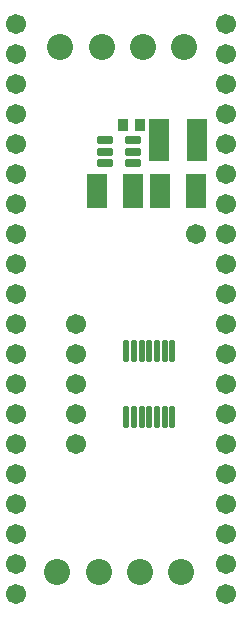
<source format=gts>
G04 Layer: TopSolderMaskLayer*
G04 EasyEDA Pro v2.2.38.8, 2025-04-26 19:17:01*
G04 Gerber Generator version 0.3*
G04 Scale: 100 percent, Rotated: No, Reflected: No*
G04 Dimensions in millimeters*
G04 Leading zeros omitted, absolute positions, 4 integers and 5 decimals*
%FSLAX45Y45*%
%MOMM*%
%AMRoundRect*1,1,$1,$2,$3*1,1,$1,$4,$5*1,1,$1,0-$2,0-$3*1,1,$1,0-$4,0-$5*20,1,$1,$2,$3,$4,$5,0*20,1,$1,$4,$5,0-$2,0-$3,0*20,1,$1,0-$2,0-$3,0-$4,0-$5,0*20,1,$1,0-$4,0-$5,$2,$3,0*4,1,4,$2,$3,$4,$5,0-$2,0-$3,0-$4,0-$5,$2,$3,0*%
%ADD10C,1.7018*%
%ADD11RoundRect,0.0879X0.60685X0.28186X0.60685X-0.28186*%
%ADD12RoundRect,0.08449X0.20856X-0.85855X-0.20856X-0.85855*%
%ADD13RoundRect,0.09588X-0.80286X1.75286X0.80286X1.75286*%
%ADD14C,2.2016*%
%ADD15RoundRect,0.09598X-0.82031X1.35281X0.82031X1.35281*%
%ADD16RoundRect,0.09131X0.40514X-0.45514X-0.40514X-0.45514*%
%ADD17RoundRect,0.09598X0.82031X-1.35281X-0.82031X-1.35281*%
G75*


G04 Pad Start*
G54D10*
G01X127000Y-127000D03*
G01X127000Y-381000D03*
G01X127000Y-635000D03*
G01X127000Y-889000D03*
G01X127000Y-1143000D03*
G01X127000Y-1397000D03*
G01X127000Y-1651000D03*
G01X127000Y-1905000D03*
G01X127000Y-2159000D03*
G01X127000Y-2413000D03*
G01X1905000Y-127000D03*
G01X1905000Y-381000D03*
G01X1905000Y-635000D03*
G01X1905000Y-889000D03*
G01X1905000Y-1143000D03*
G01X1905000Y-1397000D03*
G01X1905000Y-2413000D03*
G01X1905000Y-2159000D03*
G01X1905000Y-1905000D03*
G01X1905000Y-1651000D03*
G01X127000Y-2667000D03*
G01X127000Y-2921000D03*
G01X127000Y-3175000D03*
G01X127000Y-3429000D03*
G01X127000Y-3683000D03*
G01X127000Y-3937000D03*
G01X127000Y-4953000D03*
G01X127000Y-4699000D03*
G01X127000Y-4445000D03*
G01X127000Y-4191000D03*
G01X1905000Y-2667000D03*
G01X1905000Y-4191000D03*
G01X1905000Y-4445000D03*
G01X1905000Y-4699000D03*
G01X1905000Y-4953000D03*
G01X1905000Y-3937000D03*
G01X1905000Y-3683000D03*
G01X1905000Y-3429000D03*
G01X1905000Y-3175000D03*
G01X1905000Y-2921000D03*
G01X635000Y-2921000D03*
G01X635000Y-2667000D03*
G01X635000Y-3429000D03*
G01X635000Y-3683000D03*
G01X635000Y-3175000D03*
G01X1651000Y-1905000D03*
G54D11*
G01X1123300Y-1111504D03*
G01X1123300Y-1301496D03*
G01X883300Y-1301496D03*
G01X883300Y-1206500D03*
G01X883300Y-1111504D03*
G01X1123300Y-1206500D03*
G54D12*
G01X1452296Y-2894990D03*
G01X1387297Y-2894990D03*
G01X1322299Y-2894990D03*
G01X1257300Y-2894990D03*
G01X1192301Y-2894990D03*
G01X1127303Y-2894990D03*
G01X1062304Y-2894990D03*
G01X1062304Y-3455010D03*
G01X1127303Y-3455010D03*
G01X1192301Y-3455010D03*
G01X1257300Y-3455010D03*
G01X1322299Y-3455010D03*
G01X1387297Y-3455010D03*
G01X1452296Y-3455010D03*
G54D13*
G01X1658595Y-1104900D03*
G01X1338605Y-1104900D03*
G54D14*
G01X1553693Y-317500D03*
G01X1203706Y-317500D03*
G01X853694Y-317500D03*
G01X503707Y-317500D03*
G01X478307Y-4762500D03*
G01X828294Y-4762500D03*
G01X1178306Y-4762500D03*
G01X1528293Y-4762500D03*
G54D15*
G01X1650340Y-1536700D03*
G01X1346860Y-1536700D03*
G54D16*
G01X1034898Y-977900D03*
G01X1174902Y-977900D03*
G54D17*
G01X813460Y-1536700D03*
G01X1116940Y-1536700D03*
G04 Pad End*

M02*


</source>
